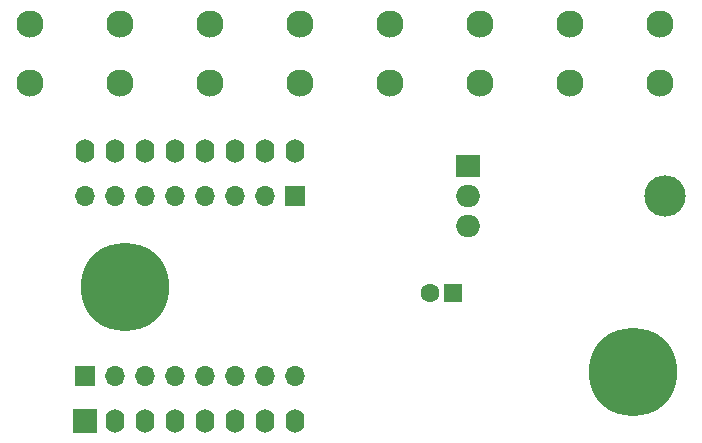
<source format=gbs>
%TF.GenerationSoftware,KiCad,Pcbnew,6.0.4-6f826c9f35~116~ubuntu18.04.1*%
%TF.CreationDate,2022-09-09T12:05:51+02:00*%
%TF.ProjectId,WS2815_D1Mini,57533238-3135-45f4-9431-4d696e692e6b,rev?*%
%TF.SameCoordinates,Original*%
%TF.FileFunction,Soldermask,Bot*%
%TF.FilePolarity,Negative*%
%FSLAX46Y46*%
G04 Gerber Fmt 4.6, Leading zero omitted, Abs format (unit mm)*
G04 Created by KiCad (PCBNEW 6.0.4-6f826c9f35~116~ubuntu18.04.1) date 2022-09-09 12:05:51*
%MOMM*%
%LPD*%
G01*
G04 APERTURE LIST*
%ADD10C,2.300000*%
%ADD11R,1.600000X1.600000*%
%ADD12C,1.600000*%
%ADD13C,7.500000*%
%ADD14R,2.000000X2.000000*%
%ADD15O,1.600000X2.000000*%
%ADD16O,3.500000X3.500000*%
%ADD17R,2.000000X1.905000*%
%ADD18O,2.000000X1.905000*%
%ADD19R,1.700000X1.700000*%
%ADD20O,1.700000X1.700000*%
G04 APERTURE END LIST*
D10*
%TO.C,J14*%
X129610000Y-64730000D03*
X129610000Y-59730000D03*
X121990000Y-59730000D03*
X121990000Y-64730000D03*
X114370000Y-59730000D03*
X114370000Y-64730000D03*
X106750000Y-59730000D03*
X106750000Y-64730000D03*
%TD*%
D11*
%TO.C,C1*%
X142560113Y-82550000D03*
D12*
X140560113Y-82550000D03*
%TD*%
D13*
%TO.C,H1*%
X157750000Y-89250000D03*
%TD*%
D14*
%TO.C,U1*%
X111380000Y-93345000D03*
D15*
X113920000Y-93345000D03*
X116460000Y-93345000D03*
X119000000Y-93345000D03*
X121540000Y-93345000D03*
X124080000Y-93345000D03*
X126620000Y-93345000D03*
X129160000Y-93345000D03*
X129160000Y-70485000D03*
X126620000Y-70485000D03*
X124080000Y-70485000D03*
X121540000Y-70485000D03*
X119000000Y-70485000D03*
X116460000Y-70485000D03*
X113920000Y-70485000D03*
X111380000Y-70485000D03*
%TD*%
D13*
%TO.C,H3*%
X114808000Y-82000000D03*
%TD*%
D10*
%TO.C,J13*%
X160090000Y-64730000D03*
X160090000Y-59730000D03*
X152470000Y-64730000D03*
X152470000Y-59730000D03*
X144850000Y-64730000D03*
X144850000Y-59730000D03*
X137230000Y-64730000D03*
X137230000Y-59730000D03*
%TD*%
D16*
%TO.C,U2*%
X160465000Y-74295000D03*
D17*
X143805000Y-71755000D03*
D18*
X143805000Y-74295000D03*
X143805000Y-76835000D03*
%TD*%
D19*
%TO.C,J2*%
X129160000Y-74295000D03*
D20*
X126620000Y-74295000D03*
X124080000Y-74295000D03*
X121540000Y-74295000D03*
X119000000Y-74295000D03*
X116460000Y-74295000D03*
X113920000Y-74295000D03*
X111380000Y-74295000D03*
%TD*%
D19*
%TO.C,J1*%
X111380000Y-89535000D03*
D20*
X113920000Y-89535000D03*
X116460000Y-89535000D03*
X119000000Y-89535000D03*
X121540000Y-89535000D03*
X124080000Y-89535000D03*
X126620000Y-89535000D03*
X129160000Y-89535000D03*
%TD*%
M02*

</source>
